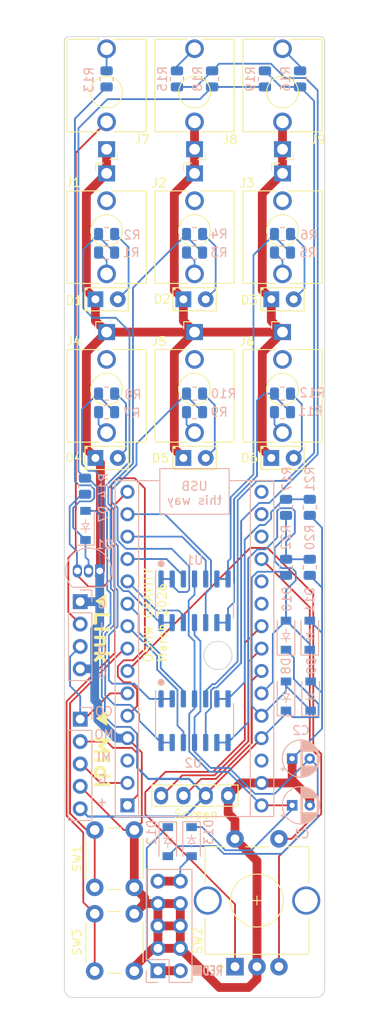
<source format=kicad_pcb>
(kicad_pcb
	(version 20241229)
	(generator "pcbnew")
	(generator_version "9.0")
	(general
		(thickness 1.6)
		(legacy_teardrops no)
	)
	(paper "A4")
	(layers
		(0 "F.Cu" signal)
		(2 "B.Cu" signal)
		(9 "F.Adhes" user "F.Adhesive")
		(11 "B.Adhes" user "B.Adhesive")
		(13 "F.Paste" user)
		(15 "B.Paste" user)
		(5 "F.SilkS" user "F.Silkscreen")
		(7 "B.SilkS" user "B.Silkscreen")
		(1 "F.Mask" user)
		(3 "B.Mask" user)
		(17 "Dwgs.User" user "User.Drawings")
		(19 "Cmts.User" user "User.Comments")
		(21 "Eco1.User" user "User.Eco1")
		(23 "Eco2.User" user "User.Eco2")
		(25 "Edge.Cuts" user)
		(27 "Margin" user)
		(31 "F.CrtYd" user "F.Courtyard")
		(29 "B.CrtYd" user "B.Courtyard")
		(35 "F.Fab" user)
		(33 "B.Fab" user)
		(39 "User.1" user)
		(41 "User.2" user)
		(43 "User.3" user)
		(45 "User.4" user)
		(47 "User.5" user)
		(49 "User.6" user)
		(51 "User.7" user)
		(53 "User.8" user)
		(55 "User.9" user)
	)
	(setup
		(stackup
			(layer "F.SilkS"
				(type "Top Silk Screen")
			)
			(layer "F.Paste"
				(type "Top Solder Paste")
			)
			(layer "F.Mask"
				(type "Top Solder Mask")
				(thickness 0.01)
			)
			(layer "F.Cu"
				(type "copper")
				(thickness 0.035)
			)
			(layer "dielectric 1"
				(type "core")
				(thickness 1.51)
				(material "FR4")
				(epsilon_r 4.5)
				(loss_tangent 0.02)
			)
			(layer "B.Cu"
				(type "copper")
				(thickness 0.035)
			)
			(layer "B.Mask"
				(type "Bottom Solder Mask")
				(thickness 0.01)
			)
			(layer "B.Paste"
				(type "Bottom Solder Paste")
			)
			(layer "B.SilkS"
				(type "Bottom Silk Screen")
			)
			(copper_finish "None")
			(dielectric_constraints no)
		)
		(pad_to_mask_clearance 0)
		(allow_soldermask_bridges_in_footprints no)
		(tenting front back)
		(aux_axis_origin 100 40)
		(pcbplotparams
			(layerselection 0x00000000_00000000_55555555_5755f5ff)
			(plot_on_all_layers_selection 0x00000000_00000000_00000000_00000000)
			(disableapertmacros no)
			(usegerberextensions no)
			(usegerberattributes yes)
			(usegerberadvancedattributes yes)
			(creategerberjobfile yes)
			(dashed_line_dash_ratio 12.000000)
			(dashed_line_gap_ratio 3.000000)
			(svgprecision 6)
			(plotframeref no)
			(mode 1)
			(useauxorigin no)
			(hpglpennumber 1)
			(hpglpenspeed 20)
			(hpglpendiameter 15.000000)
			(pdf_front_fp_property_popups yes)
			(pdf_back_fp_property_popups yes)
			(pdf_metadata yes)
			(pdf_single_document no)
			(dxfpolygonmode yes)
			(dxfimperialunits yes)
			(dxfusepcbnewfont yes)
			(psnegative no)
			(psa4output no)
			(plot_black_and_white yes)
			(sketchpadsonfab no)
			(plotpadnumbers no)
			(hidednponfab no)
			(sketchdnponfab yes)
			(crossoutdnponfab yes)
			(subtractmaskfromsilk no)
			(outputformat 1)
			(mirror no)
			(drillshape 0)
			(scaleselection 1)
			(outputdirectory "Exports/Rev6 Board for JLC")
		)
	)
	(net 0 "")
	(net 1 "Serial Out")
	(net 2 "Serial In")
	(net 3 "unconnected-(A1-~{RESET}-Pad3)")
	(net 4 "GND")
	(net 5 "DIGITAL INPUT")
	(net 6 "ENC_D2")
	(net 7 "ENC_D1")
	(net 8 "Channel 1")
	(net 9 "Channel 3")
	(net 10 "Channel 4")
	(net 11 "Channel 6")
	(net 12 "START STOP BTN")
	(net 13 "SHIFT BTN")
	(net 14 "24ppqn OUT")
	(net 15 "unconnected-(A1-D13-Pad16)")
	(net 16 "unconnected-(A1-3V3-Pad17)")
	(net 17 "unconnected-(A1-AREF-Pad18)")
	(net 18 "unconnected-(A1-A1-Pad20)")
	(net 19 "ENC_BTN")
	(net 20 "I2C SDA")
	(net 21 "I2C SCL")
	(net 22 "+5V")
	(net 23 "unconnected-(A1-A2-Pad21)")
	(net 24 "+12V")
	(net 25 "unconnected-(A1-~{RESET}-Pad28)")
	(net 26 "Net-(D1-A)")
	(net 27 "Net-(D2-A)")
	(net 28 "Net-(D3-A)")
	(net 29 "Net-(D4-A)")
	(net 30 "Net-(D5-A)")
	(net 31 "Net-(D6-A)")
	(net 32 "Net-(J1-PadT)")
	(net 33 "unconnected-(J1-PadTN)")
	(net 34 "Net-(J2-PadT)")
	(net 35 "unconnected-(J2-PadTN)")
	(net 36 "Net-(J3-PadT)")
	(net 37 "unconnected-(J3-PadTN)")
	(net 38 "Net-(J4-PadT)")
	(net 39 "unconnected-(J4-PadTN)")
	(net 40 "Net-(J5-PadT)")
	(net 41 "unconnected-(J5-PadTN)")
	(net 42 "Net-(J6-PadT)")
	(net 43 "unconnected-(J6-PadTN)")
	(net 44 "Net-(J7-PadT)")
	(net 45 "DIGITAL INPUT PIN")
	(net 46 "Net-(J8-PadT)")
	(net 47 "Net-(J9-PadT)")
	(net 48 "CV2 INPUT")
	(net 49 "-12V")
	(net 50 "CV1 INPUT")
	(net 51 "Net-(D7-K)")
	(net 52 "Net-(D12-K)")
	(net 53 "Net-(D13-A)")
	(net 54 "Net-(U2A--)")
	(net 55 "Net-(U1D--)")
	(net 56 "Net-(U1B--)")
	(net 57 "Net-(U2D--)")
	(net 58 "Net-(U1A--)")
	(net 59 "Net-(U1C--)")
	(net 60 "Net-(U2C-+)")
	(net 61 "Net-(U2B-+)")
	(net 62 "Net-(U2B--)")
	(net 63 "Net-(U2C--)")
	(net 64 "Channel 2")
	(net 65 "Channel 5")
	(footprint "gtoe:thonkiconn" (layer "F.Cu") (at 124.8 46.3 180))
	(footprint "gtoe:button" (layer "F.Cu") (at 105.7 142.75 90))
	(footprint "gtoe:FlatTopLed" (layer "F.Cu") (at 114.8 87.8))
	(footprint "gtoe:thonkiconn" (layer "F.Cu") (at 114.8 62))
	(footprint "gtoe:thonkiconn" (layer "F.Cu") (at 114.8 80))
	(footprint "gtoe:FlatTopLed" (layer "F.Cu") (at 104.8 87.8))
	(footprint "gtoe:FlatTopLed" (layer "F.Cu") (at 124.8 69.8))
	(footprint "gtoe:I2C SSD1306" (layer "F.Cu") (at 114.95 115.8 180))
	(footprint "gtoe:thonkiconn" (layer "F.Cu") (at 124.8 62))
	(footprint "gtoe:FlatTopLed" (layer "F.Cu") (at 114.8 69.8))
	(footprint "gtoe:SwitchEncoder" (layer "F.Cu") (at 121.9 138 90))
	(footprint "gtoe:thonkiconn" (layer "F.Cu") (at 114.8 46.3 180))
	(footprint "gtoe:thonkiconn" (layer "F.Cu") (at 124.8 80))
	(footprint "gtoe:thonkiconn" (layer "F.Cu") (at 104.8 62))
	(footprint "gtoe:FlatTopLed" (layer "F.Cu") (at 124.8 87.8))
	(footprint "gtoe:FlatTopLed" (layer "F.Cu") (at 104.8 69.8))
	(footprint "gtoe:thonkiconn" (layer "F.Cu") (at 104.8 80))
	(footprint "gtoe:thonkiconn" (layer "F.Cu") (at 104.8 46.3 180))
	(footprint "gtoe:button" (layer "F.Cu") (at 105.7 133.25 90))
	(footprint "Diode_SMD:D_SOD-123" (layer "B.Cu") (at 114.46 131.318 -90))
	(footprint "Resistor_SMD:R_0805_2012Metric" (layer "B.Cu") (at 122.8 44.8 -90))
	(footprint "Capacitor_THT:CP_Radial_D4.0mm_P2.00mm" (layer "B.Cu") (at 125.9 127.2))
	(footprint "Diode_SMD:D_SOD-123" (layer "B.Cu") (at 128 114.8 90))
	(footprint "Diode_SMD:D_SOD-123" (layer "B.Cu") (at 127.9 107.9 90))
	(footprint "Resistor_SMD:R_0805_2012Metric" (layer "B.Cu") (at 114.8 82.6 180))
	(footprint "Diode_SMD:D_SOD-123" (layer "B.Cu") (at 111.76 131.318 -90))
	(footprint "Resistor_SMD:R_0805_2012Metric" (layer "B.Cu") (at 114.8 64.5 180))
	(footprint "Package_SO:SO-14_3.9x8.65mm_P1.27mm" (layer "B.Cu") (at 114.8 117.6 -90))
	(footprint "Connector_PinHeader_2.54mm:PinHeader_1x04_P2.54mm_Vertical" (layer "B.Cu") (at 101.8 104.1 180))
	(footprint "gtoe:Arduino_Nano (adjusted courtyard)"
		(layer "B.Cu")
		(uuid "52d4d9e2-a780-49a2-9b07-fd831c9cd00b")
		(at 114.8 112)
		(descr "Arduino Nano, http://www.mouser.com/pdfdocs/Gravitech_Arduino_Nano3_0.pdf")
		(tags "Arduino Nano")
		(property "Reference" "A1"
			(at 7.7 17.8 180)
			(layer "Dwgs.User")
			(uuid "57858882-4d26-4b91-a1bf-35d8e7ef07d5")
			(effects
				(font
					(size 1 1)
					(thickness 0.15)
				)
			)
		)
		(property "Value" "Arduino_Nano_v2.x"
			(at 1.265 -3.85 270)
			(layer "B.Fab")
			(uuid "16c923c8-5103-47f0-a321-add40c6225c1")
			(effects
				(font
					(size 1 1)
					(thickness 0.15)
				)
				(justify mirror)
			)
		)
		(property "Datasheet" ""
			(at 0 0 0)
			(layer "F.Fab")
			(hide yes)
			(uuid "3a30d11f-d3b5-4e1b-ad36-96d384fbc3c3")
			(effects
				(font
					(size 1.27 1.27)
					(thickness 0.15)
				)
			)
		)
		(property "Description" "Arduino Nano v2.x"
			(at 0 0 0)
			(layer "F.Fab")
			(hide yes)
			(uuid "89f71adf-51e0-4357-bc19-f194283cd2fc")
			(effects
				(font
					(size 1.27 1.27)
					(thickness 0.15)
				)
			)
		)
		(path "/4c634076-2117-4c1d-92ba-39f5c41f33db")
		(sheetfile "gtoe.kicad_sch")
		(attr through_hole)
		(fp_line
			(start -9.025 16.47)
			(end -9.025 -21.63)
			(stroke
				(width 0.12)
				(type solid)
			)
			(layer "B.SilkS")
			(uuid "5b0d0324-1c83-40eb-a352-150cdfaf1e36")
		)
		(fp_line
			(start -6.355 13.93)
			(end -6.355 -21.63)
			(stroke
				(width 0.12)
				(type solid)
			)
			(layer "B.SilkS")
			(uuid "3f09c73c-dd13-4718-bc80-60acad3e60f7")
		)
		(fp_line
			(start -6.355 13.93)
			(end -6.355 16.47)
			(stroke
				(width 0.12)
				(type solid)
			)
			(layer "B.SilkS")
			(uuid "74476007-0aaf-4b71-96e4-4d8fc47c10ee")
		)
		(fp_line
			(start -6.355 16.47)
			(end -9.025 16.47)
			(stroke
				(width 0.12)
				(type solid)
			)
			(layer "B.SilkS")
			(uuid "65c1a2fa-b7d3-47e1-91a1-76643d999afa")
		)
		(fp_line
			(start -6.355 16.47)
			(end 6.345 16.47)
			(stroke
				(width 0.12)
				(type solid)
			)
			(layer "B.SilkS")
			(uuid "e12a7755-7cc8-42b2-8330-ea3e9603d872")
		)
		(fp_line
			(start -4 -21.63)
			(end -9.025 -21.63)
			(stroke
				(width 0.12)
				(type solid)
			)
			(layer "B.SilkS")
			(uuid "c1ac4244-d457-4064-9874-d60e720d691e")
		)
		(fp_line
			(start -3.945 -17.82)
			(end 3.935 -17.82)
			(stroke
				(width 0.12)
				(type solid)
			)
			(layer "B.SilkS")
			(uuid "bb6ae3b5-24c9-4938-8ef8-f01344a650de")
		)
		(fp_line
			(start -3.94 -23)
			(end -3.945 -17.82)
			(stroke
				(width 0.12)
				(type solid)
			)
			(layer "B.SilkS")
			(uuid "9621c9f1-619d-4b81-952d-049d725b0da9")
		)
		(fp_line
			(start 3.935 -17.82)
			(end 3.94 -23)
			(stroke
				(width 0.12)
				(type solid)
			)
			(layer "B.SilkS")
			(uuid "ee1f0234-2605-44ee-b020-4a86b4dadb1d")
		)
		(fp_line
			(start 3.94 -23)
			(end -3.97 -23)
			(stroke
				(width 0.12)
				(type solid)
			)
			(layer "B.SilkS")
			(uuid "7b63fc66-6817-406d-b237-2120db682219")
		)
		(fp_line
			(start 4 -21.63)
			(end 9.015 -21.63)
			(stroke
				(width 0.12)
				(type solid)
			)
			(layer "B.SilkS")
			(uuid "4da39
... [234780 chars truncated]
</source>
